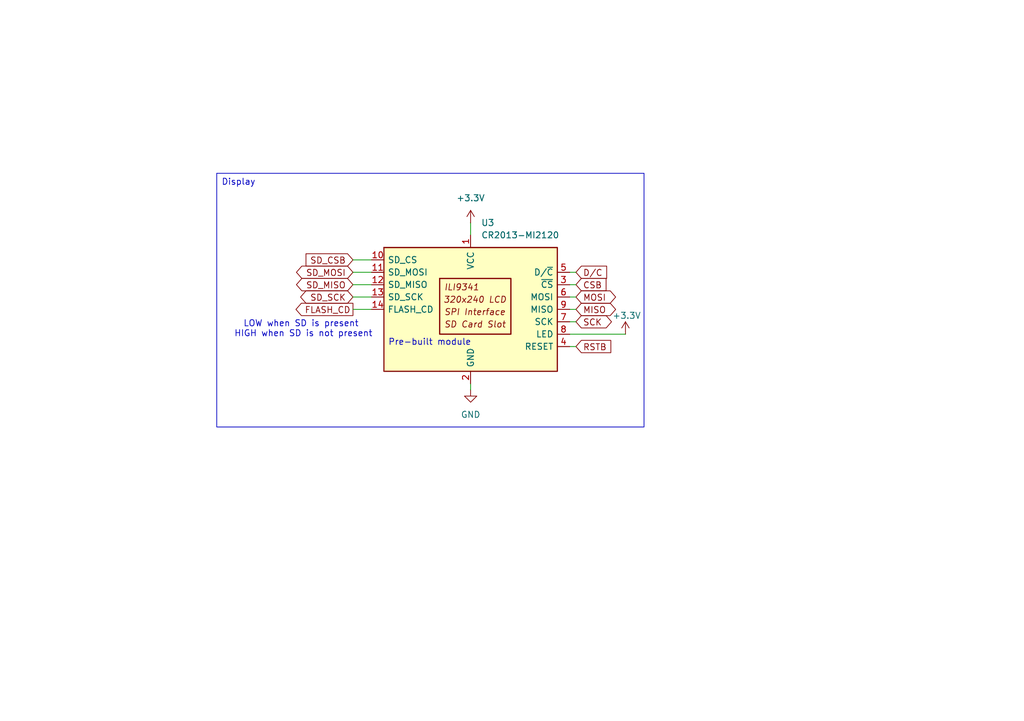
<source format=kicad_sch>
(kicad_sch (version 20250114) (generator "eeschema") (generator_version "9.0")
  (paper "A5")
  (lib_symbols
    (symbol "Driver_Display:CR2013-MI2120" (pin_names (offset 0.762))
      (property "Reference" "U" (at -17.526 13.97 0))
      (property "Value" "CR2013-MI2120" (at 1.905 13.97 0))
      (symbol "CR2013-MI2120_0_0"
        (text "ILI9341" (at -5.461 4.572 0) (effects (font (size 1.27 1.27) (italic yes)) (justify left)))
        (text "SPI Interface" (at -5.461 -0.508 0) (effects (font (size 1.27 1.27) (italic yes)) (justify left)))
        (text "SD Card Slot" (at -5.461 -3.048 0) (effects (font (size 1.27 1.27) (italic yes)) (justify left)))
        (text "320x240 LCD" (at 0.889 2.032 0) (effects (font (size 1.27 1.27) (italic yes))))
      )
      (symbol "CR2013-MI2120_0_1"
        (rectangle (start -17.78 12.7) (end 17.78 -12.7) (stroke (width 0.254)) (fill (type background)))
        (rectangle (start -6.35 6.35) (end 8.255 -5.08) (stroke (width 0.254)))
      )
      (symbol "CR2013-MI2120_1_1"
        (pin input line (at -20.32 10.16 0) (length 2.54) (name "SD_CS") (number "10"))
        (pin input line (at -20.32 7.62 0) (length 2.54) (name "SD_MOSI") (number "11"))
        (pin output line (at -20.32 5.08 0) (length 2.54) (name "SD_MISO") (number "12"))
        (pin input line (at -20.32 2.54 0) (length 2.54) (name "SD_SCK") (number "13"))
        (pin input line (at -20.32 0 0) (length 2.54) (name "FLASH_CD") (number "14"))
        (pin power_in line (at 0 15.24 270) (length 2.54) (name "VCC") (number "1"))
        (pin power_in line (at 0 -15.24 90) (length 2.54) (name "GND") (number "2"))
        (pin input line (at 20.32 7.62 180) (length 2.54) (name "D/~{C}") (number "5"))
        (pin input line (at 20.32 5.08 180) (length 2.54) (name "~{CS}") (number "3"))
        (pin input line (at 20.32 2.54 180) (length 2.54) (name "MOSI") (number "6"))
        (pin output line (at 20.32 0 180) (length 2.54) (name "MISO") (number "9"))
        (pin input line (at 20.32 -2.54 180) (length 2.54) (name "SCK") (number "7"))
        (pin input line (at 20.32 -5.08 180) (length 2.54) (name "LED") (number "8"))
        (pin input line (at 20.32 -7.62 180) (length 2.54) (name "RESET") (number "4"))
      )
    )
    (symbol "power:+5V" (power) (pin_numbers (hide yes)) (pin_names (offset 0) (hide yes))
      (property "Value" "+5V" (at 0 3.556 0))
      (symbol "+5V_0_1"
        (polyline (pts (xy -0.762 1.27) (xy 0 2.54)))
        (polyline (pts (xy 0 2.54) (xy 0.762 1.27)))
        (polyline (pts (xy 0 0) (xy 0 2.54)))
      )
      (symbol "+5V_1_1"
        (pin power_in line (at 0 0 90) (length 0) (name "~") (number "1"))
      )
    )
    (symbol "power:GND" (power) (pin_numbers (hide yes)) (pin_names (offset 0) (hide yes))
      (property "Value" "GND" (at 0 -3.81 0))
      (symbol "GND_0_1"
        (polyline (pts (xy 0 0) (xy 0 -1.27) (xy 1.27 -1.27) (xy 0 -2.54) (xy -1.27 -1.27) (xy 0 -1.27)))
      )
      (symbol "GND_1_1"
        (pin power_in line (at 0 0 270) (length 0) (name "~") (number "1"))
      )
    )
  )
  (text "LOW when SD is present \nHIGH when SD is not present" (at 62.23 67.564 0) (effects (font (size 1.27 1.27))))
  (text "Pre-built module" (at 88.138 70.358 0) (effects (font (size 1.27 1.27))))
  (text_box "Display" (at 44.45 35.56 0) (size 87.63 52.07) (margins 0.9525 0.9525 0.9525 0.9525) (effects (font (size 1.27 1.27)) (justify left top)))
  (wire (pts (xy 72.39 55.88) (xy 76.2 55.88)))
  (wire (pts (xy 116.84 55.88) (xy 118.11 55.88)))
  (wire (pts (xy 116.84 60.96) (xy 118.11 60.96)))
  (wire (pts (xy 72.39 60.96) (xy 76.2 60.96)))
  (wire (pts (xy 72.39 58.42) (xy 76.2 58.42)))
  (wire (pts (xy 116.84 66.04) (xy 118.11 66.04)))
  (wire (pts (xy 72.39 53.34) (xy 76.2 53.34)))
  (wire (pts (xy 116.84 58.42) (xy 118.11 58.42)))
  (wire (pts (xy 96.52 78.74) (xy 96.52 80.01)))
  (wire (pts (xy 116.84 71.12) (xy 118.11 71.12)))
  (wire (pts (xy 116.84 68.58) (xy 128.27 68.58)))
  (wire (pts (xy 96.52 45.72) (xy 96.52 48.26)))
  (wire (pts (xy 116.84 63.5) (xy 118.11 63.5)))
  (wire (pts (xy 72.39 63.5) (xy 76.2 63.5)))
  (global_label "MISO" (shape bidirectional) (at 118.11 63.5 0) (property "Intersheetrefs" "${INTERSHEET_REFS}" (effects (hide yes))))
  (global_label "CSB" (shape input) (at 118.11 58.42 0) (property "Intersheetrefs" "${INTERSHEET_REFS}" (effects (hide yes))))
  (global_label "SCK" (shape bidirectional) (at 118.11 66.04 0) (property "Intersheetrefs" "${INTERSHEET_REFS}" (effects (hide yes))))
  (global_label "MOSI" (shape bidirectional) (at 118.11 60.96 0) (property "Intersheetrefs" "${INTERSHEET_REFS}" (effects (hide yes))))
  (global_label "D{slash}C" (shape input) (at 118.11 55.88 0) (property "Intersheetrefs" "${INTERSHEET_REFS}" (effects (hide yes))))
  (global_label "SD_CSB" (shape input) (at 72.39 53.34 180) (property "Intersheetrefs" "${INTERSHEET_REFS}" (effects (hide yes))))
  (global_label "FLASH_CD" (shape output) (at 72.39 63.5 180) (property "Intersheetrefs" "${INTERSHEET_REFS}" (effects (hide yes))))
  (global_label "SD_SCK" (shape bidirectional) (at 72.39 60.96 180) (property "Intersheetrefs" "${INTERSHEET_REFS}" (effects (hide yes))))
  (global_label "SD_MOSI" (shape bidirectional) (at 72.39 55.88 180) (property "Intersheetrefs" "${INTERSHEET_REFS}" (effects (hide yes))))
  (global_label "RSTB" (shape input) (at 118.11 71.12 0) (property "Intersheetrefs" "${INTERSHEET_REFS}" (effects (hide yes))))
  (global_label "SD_MISO" (shape bidirectional) (at 72.39 58.42 180) (property "Intersheetrefs" "${INTERSHEET_REFS}" (effects (hide yes))))
  (symbol (lib_id "power:+5V") (at 128.27 68.58 0) (unit 1)
    (property "Reference" "#PWR06" (effects (hide yes)))
    (property "Value" "+3.3V" (at 128.524 64.77 0))
    (property "Description" "Power symbol creates a global label with name \"+5V\"" (effects (hide yes)))
  )
  (symbol (lib_id "Driver_Display:CR2013-MI2120") (at 96.52 63.5 0) (unit 1)
    (property "Reference" "U3" (at 98.6633 45.72 0) (effects (justify left)))
    (property "Value" "CR2013-MI2120" (at 98.6633 48.26 0) (effects (justify left)))
    (property "Footprint" "Display:CR2013-MI2120" (effects (hide yes)))
    (property "Datasheet" "http://pan.baidu.com/s/11Y990" (effects (hide yes)))
    (property "Description" "ILI9341 controller, SPI TFT LCD Display, 9-pin breakout PCB, 4-pin SD card interface, 5V/3.3V" (effects (hide yes)))
  )
  (symbol (lib_id "power:+5V") (at 96.52 45.72 0) (unit 1)
    (property "Reference" "#PWR04" (effects (hide yes)))
    (property "Value" "+3.3V" (at 96.52 40.64 0))
    (property "Description" "Power symbol creates a global label with name \"+5V\"" (effects (hide yes)))
  )
  (symbol (lib_id "power:GND") (at 96.52 80.01 0) (unit 1)
    (property "Reference" "#PWR05" (effects (hide yes)))
    (property "Value" "GND" (at 96.52 85.09 0))
    (property "Description" "Power symbol creates a global label with name \"GND\" , ground" (effects (hide yes)))
  )
)
</source>
